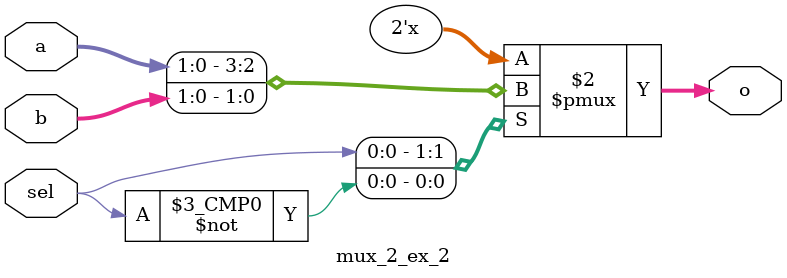
<source format=sv>
`timescale 1ns/1ns

module mux_2_ex_2(
    input [1:0] a,
    input [1:0] b,
    input sel,
    output reg [1:0] o
);

// if sel = 1, choose a, otherwise b
always @(a or b or sel) begin
    case (sel)
        1'b1: begin
            o = a;
        end
        1'b0: begin
            o = b;
        end
        // default: begin // See the difference with and without "default"
        //     o = b;
        // end
    endcase
end

endmodule
</source>
